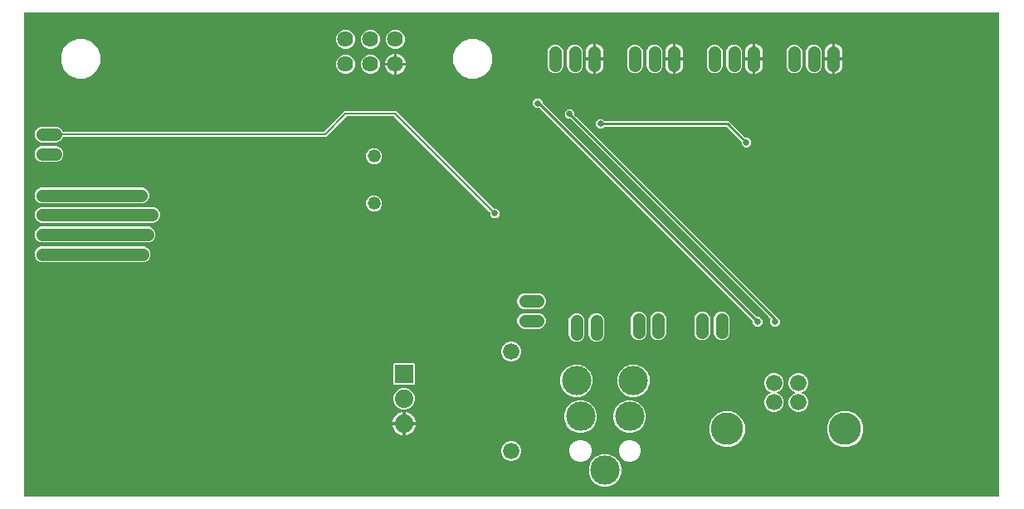
<source format=gbl>
G04 EAGLE Gerber RS-274X export*
G75*
%MOMM*%
%FSLAX34Y34*%
%LPD*%
%INBottom Copper*%
%IPPOS*%
%AMOC8*
5,1,8,0,0,1.08239X$1,22.5*%
G01*
%ADD10C,1.676400*%
%ADD11R,1.879600X1.879600*%
%ADD12C,1.879600*%
%ADD13C,1.625600*%
%ADD14C,1.308000*%
%ADD15C,1.320800*%
%ADD16C,3.302000*%
%ADD17C,3.000000*%
%ADD18C,0.654800*%
%ADD19C,0.254000*%
%ADD20C,0.975000*%
%ADD21C,1.300000*%
%ADD22C,0.203200*%

G36*
X996718Y2544D02*
X996718Y2544D01*
X996737Y2542D01*
X996839Y2564D01*
X996941Y2580D01*
X996958Y2590D01*
X996978Y2594D01*
X997067Y2647D01*
X997158Y2696D01*
X997172Y2710D01*
X997189Y2720D01*
X997256Y2799D01*
X997328Y2874D01*
X997336Y2892D01*
X997349Y2907D01*
X997388Y3003D01*
X997431Y3097D01*
X997433Y3117D01*
X997441Y3135D01*
X997459Y3302D01*
X997459Y496698D01*
X997456Y496718D01*
X997458Y496737D01*
X997436Y496839D01*
X997420Y496941D01*
X997410Y496958D01*
X997406Y496978D01*
X997353Y497067D01*
X997304Y497158D01*
X997290Y497172D01*
X997280Y497189D01*
X997201Y497256D01*
X997126Y497328D01*
X997108Y497336D01*
X997093Y497349D01*
X996997Y497388D01*
X996903Y497431D01*
X996883Y497433D01*
X996865Y497441D01*
X996698Y497459D01*
X3302Y497459D01*
X3282Y497456D01*
X3263Y497458D01*
X3161Y497436D01*
X3059Y497420D01*
X3042Y497410D01*
X3022Y497406D01*
X2933Y497353D01*
X2842Y497304D01*
X2828Y497290D01*
X2811Y497280D01*
X2744Y497201D01*
X2672Y497126D01*
X2664Y497108D01*
X2651Y497093D01*
X2612Y496997D01*
X2569Y496903D01*
X2567Y496883D01*
X2559Y496865D01*
X2541Y496698D01*
X2541Y3302D01*
X2544Y3282D01*
X2542Y3263D01*
X2564Y3161D01*
X2580Y3059D01*
X2590Y3042D01*
X2594Y3022D01*
X2647Y2933D01*
X2696Y2842D01*
X2710Y2828D01*
X2720Y2811D01*
X2799Y2744D01*
X2874Y2672D01*
X2892Y2664D01*
X2907Y2651D01*
X3003Y2612D01*
X3097Y2569D01*
X3117Y2567D01*
X3135Y2559D01*
X3302Y2541D01*
X996698Y2541D01*
X996718Y2544D01*
G37*
%LPC*%
G36*
X480612Y287301D02*
X480612Y287301D01*
X477801Y290112D01*
X477801Y292990D01*
X477787Y293080D01*
X477779Y293171D01*
X477767Y293201D01*
X477762Y293233D01*
X477719Y293314D01*
X477683Y293398D01*
X477657Y293430D01*
X477646Y293450D01*
X477623Y293473D01*
X477578Y293529D01*
X380171Y390936D01*
X380097Y390989D01*
X380027Y391049D01*
X379997Y391061D01*
X379971Y391080D01*
X379884Y391107D01*
X379799Y391141D01*
X379758Y391145D01*
X379736Y391152D01*
X379704Y391151D01*
X379632Y391159D01*
X331568Y391159D01*
X331478Y391145D01*
X331387Y391137D01*
X331357Y391125D01*
X331325Y391120D01*
X331244Y391077D01*
X331160Y391041D01*
X331128Y391015D01*
X331108Y391004D01*
X331085Y390981D01*
X331029Y390936D01*
X310252Y370159D01*
X42190Y370159D01*
X42076Y370140D01*
X41959Y370123D01*
X41954Y370121D01*
X41948Y370120D01*
X41845Y370065D01*
X41740Y370012D01*
X41736Y370007D01*
X41730Y370004D01*
X41650Y369920D01*
X41568Y369836D01*
X41564Y369830D01*
X41561Y369826D01*
X41553Y369809D01*
X41487Y369689D01*
X40842Y368132D01*
X38573Y365863D01*
X35609Y364635D01*
X19321Y364635D01*
X16357Y365863D01*
X14088Y368132D01*
X12860Y371096D01*
X12860Y374304D01*
X14088Y377268D01*
X16357Y379537D01*
X19321Y380765D01*
X35609Y380765D01*
X38573Y379537D01*
X40842Y377268D01*
X41487Y375711D01*
X41549Y375611D01*
X41609Y375511D01*
X41613Y375507D01*
X41617Y375502D01*
X41707Y375427D01*
X41796Y375351D01*
X41801Y375349D01*
X41806Y375345D01*
X41915Y375303D01*
X42024Y375259D01*
X42031Y375258D01*
X42036Y375257D01*
X42054Y375256D01*
X42190Y375241D01*
X307832Y375241D01*
X307922Y375255D01*
X308013Y375263D01*
X308043Y375275D01*
X308075Y375280D01*
X308156Y375323D01*
X308240Y375359D01*
X308272Y375385D01*
X308292Y375396D01*
X308315Y375419D01*
X308371Y375464D01*
X329148Y396241D01*
X382052Y396241D01*
X481171Y297122D01*
X481245Y297069D01*
X481315Y297009D01*
X481345Y296997D01*
X481371Y296978D01*
X481458Y296951D01*
X481543Y296917D01*
X481584Y296913D01*
X481606Y296906D01*
X481638Y296907D01*
X481710Y296899D01*
X484588Y296899D01*
X487399Y294088D01*
X487399Y290112D01*
X484588Y287301D01*
X480612Y287301D01*
G37*
%LPD*%
%LPC*%
G36*
X19321Y282405D02*
X19321Y282405D01*
X16357Y283633D01*
X14088Y285902D01*
X12860Y288866D01*
X12860Y292074D01*
X14088Y295038D01*
X16357Y297307D01*
X19321Y298535D01*
X35637Y298535D01*
X35690Y298513D01*
X35773Y298504D01*
X35805Y298497D01*
X35825Y298498D01*
X35857Y298495D01*
X134586Y298495D01*
X137536Y297273D01*
X139793Y295016D01*
X141015Y292066D01*
X141015Y288874D01*
X139793Y285924D01*
X137536Y283667D01*
X134586Y282445D01*
X35857Y282445D01*
X35793Y282435D01*
X35727Y282434D01*
X35647Y282411D01*
X35614Y282406D01*
X35614Y282405D01*
X19321Y282405D01*
G37*
%LPD*%
%LPC*%
G36*
X19321Y262405D02*
X19321Y262405D01*
X16357Y263633D01*
X14088Y265902D01*
X12860Y268866D01*
X12860Y272074D01*
X14088Y275038D01*
X16357Y277307D01*
X19321Y278535D01*
X35637Y278535D01*
X35690Y278513D01*
X35773Y278504D01*
X35805Y278497D01*
X35825Y278498D01*
X35857Y278495D01*
X129826Y278495D01*
X132776Y277273D01*
X135033Y275016D01*
X136255Y272066D01*
X136255Y268874D01*
X135033Y265924D01*
X132776Y263667D01*
X129826Y262445D01*
X35857Y262445D01*
X35793Y262435D01*
X35727Y262434D01*
X35647Y262411D01*
X35614Y262406D01*
X35614Y262405D01*
X19321Y262405D01*
G37*
%LPD*%
%LPC*%
G36*
X748582Y176811D02*
X748582Y176811D01*
X745771Y179622D01*
X745771Y182141D01*
X745757Y182231D01*
X745749Y182322D01*
X745737Y182352D01*
X745732Y182384D01*
X745689Y182464D01*
X745653Y182548D01*
X745627Y182580D01*
X745616Y182601D01*
X745593Y182623D01*
X745548Y182679D01*
X528754Y399473D01*
X528680Y399526D01*
X528611Y399586D01*
X528581Y399598D01*
X528555Y399617D01*
X528468Y399644D01*
X528383Y399678D01*
X528342Y399682D01*
X528320Y399689D01*
X528287Y399688D01*
X528216Y399696D01*
X524427Y399696D01*
X521616Y402507D01*
X521616Y406483D01*
X524427Y409294D01*
X528403Y409294D01*
X531214Y406483D01*
X531214Y405234D01*
X531216Y405218D01*
X531215Y405203D01*
X531229Y405137D01*
X531236Y405053D01*
X531248Y405023D01*
X531253Y404991D01*
X531266Y404968D01*
X531267Y404962D01*
X531283Y404935D01*
X531296Y404911D01*
X531332Y404827D01*
X531358Y404795D01*
X531369Y404774D01*
X531392Y404752D01*
X531437Y404696D01*
X749501Y186632D01*
X749575Y186579D01*
X749644Y186519D01*
X749674Y186507D01*
X749700Y186488D01*
X749787Y186461D01*
X749872Y186427D01*
X749913Y186423D01*
X749935Y186416D01*
X749968Y186417D01*
X750039Y186409D01*
X752558Y186409D01*
X755369Y183598D01*
X755369Y179622D01*
X752558Y176811D01*
X748582Y176811D01*
G37*
%LPD*%
%LPC*%
G36*
X19321Y242405D02*
X19321Y242405D01*
X16357Y243633D01*
X14088Y245902D01*
X12860Y248866D01*
X12860Y252074D01*
X14088Y255038D01*
X16357Y257307D01*
X19321Y258535D01*
X35637Y258535D01*
X35690Y258513D01*
X35773Y258504D01*
X35805Y258497D01*
X35825Y258498D01*
X35857Y258495D01*
X124786Y258495D01*
X127736Y257273D01*
X129993Y255016D01*
X131215Y252066D01*
X131215Y248874D01*
X129993Y245924D01*
X127736Y243667D01*
X124786Y242445D01*
X35857Y242445D01*
X35793Y242435D01*
X35727Y242434D01*
X35647Y242411D01*
X35614Y242406D01*
X35614Y242405D01*
X19321Y242405D01*
G37*
%LPD*%
%LPC*%
G36*
X19321Y302405D02*
X19321Y302405D01*
X16357Y303633D01*
X14088Y305902D01*
X12860Y308866D01*
X12860Y312074D01*
X14088Y315038D01*
X16357Y317307D01*
X19321Y318535D01*
X35637Y318535D01*
X35690Y318513D01*
X35773Y318504D01*
X35805Y318497D01*
X35825Y318498D01*
X35857Y318495D01*
X123516Y318495D01*
X126466Y317273D01*
X128723Y315016D01*
X129945Y312066D01*
X129945Y308874D01*
X128723Y305924D01*
X126466Y303667D01*
X123516Y302445D01*
X35857Y302445D01*
X35793Y302435D01*
X35727Y302434D01*
X35647Y302411D01*
X35614Y302406D01*
X35614Y302405D01*
X19321Y302405D01*
G37*
%LPD*%
%LPC*%
G36*
X766362Y176811D02*
X766362Y176811D01*
X763551Y179622D01*
X763551Y183598D01*
X763712Y183759D01*
X763724Y183775D01*
X763740Y183787D01*
X763796Y183875D01*
X763856Y183958D01*
X763862Y183977D01*
X763873Y183994D01*
X763898Y184095D01*
X763928Y184194D01*
X763928Y184213D01*
X763933Y184233D01*
X763925Y184336D01*
X763922Y184439D01*
X763915Y184458D01*
X763913Y184478D01*
X763873Y184573D01*
X763837Y184670D01*
X763825Y184686D01*
X763817Y184704D01*
X763712Y184835D01*
X559869Y388678D01*
X559795Y388731D01*
X559726Y388791D01*
X559696Y388803D01*
X559670Y388822D01*
X559583Y388849D01*
X559498Y388883D01*
X559457Y388887D01*
X559435Y388894D01*
X559402Y388893D01*
X559331Y388901D01*
X556812Y388901D01*
X554001Y391712D01*
X554001Y395688D01*
X556812Y398499D01*
X560788Y398499D01*
X563599Y395688D01*
X563599Y393169D01*
X563613Y393079D01*
X563621Y392988D01*
X563633Y392958D01*
X563638Y392926D01*
X563681Y392846D01*
X563717Y392762D01*
X563743Y392730D01*
X563754Y392709D01*
X563777Y392687D01*
X563822Y392631D01*
X769821Y186632D01*
X769895Y186579D01*
X769964Y186519D01*
X769994Y186507D01*
X770020Y186488D01*
X770107Y186461D01*
X770192Y186427D01*
X770233Y186423D01*
X770255Y186416D01*
X770288Y186417D01*
X770335Y186411D01*
X773149Y183598D01*
X773149Y179622D01*
X770338Y176811D01*
X766362Y176811D01*
G37*
%LPD*%
%LPC*%
G36*
X56014Y429959D02*
X56014Y429959D01*
X48648Y433010D01*
X43010Y438648D01*
X39959Y446014D01*
X39959Y453986D01*
X43010Y461352D01*
X48648Y466990D01*
X56014Y470041D01*
X63986Y470041D01*
X71352Y466990D01*
X76990Y461352D01*
X80041Y453986D01*
X80041Y446014D01*
X76990Y438648D01*
X71352Y433010D01*
X63986Y429959D01*
X56014Y429959D01*
G37*
%LPD*%
%LPC*%
G36*
X456014Y429959D02*
X456014Y429959D01*
X448648Y433010D01*
X443010Y438648D01*
X439959Y446014D01*
X439959Y453986D01*
X443010Y461352D01*
X448648Y466990D01*
X456014Y470041D01*
X463986Y470041D01*
X471352Y466990D01*
X476990Y461352D01*
X480041Y453986D01*
X480041Y446014D01*
X476990Y438648D01*
X471352Y433010D01*
X463986Y429959D01*
X456014Y429959D01*
G37*
%LPD*%
%LPC*%
G36*
X836391Y53847D02*
X836391Y53847D01*
X829762Y56593D01*
X824689Y61666D01*
X821943Y68295D01*
X821943Y75469D01*
X824689Y82098D01*
X829762Y87171D01*
X836391Y89917D01*
X843565Y89917D01*
X850194Y87171D01*
X855267Y82098D01*
X858013Y75469D01*
X858013Y68295D01*
X855267Y61666D01*
X850194Y56593D01*
X843565Y53847D01*
X836391Y53847D01*
G37*
%LPD*%
%LPC*%
G36*
X715995Y53847D02*
X715995Y53847D01*
X709366Y56593D01*
X704293Y61666D01*
X701547Y68295D01*
X701547Y75469D01*
X704293Y82098D01*
X709366Y87171D01*
X715995Y89917D01*
X723169Y89917D01*
X729798Y87171D01*
X734871Y82098D01*
X737617Y75469D01*
X737617Y68295D01*
X734871Y61666D01*
X729798Y56593D01*
X723169Y53847D01*
X715995Y53847D01*
G37*
%LPD*%
%LPC*%
G36*
X737152Y359691D02*
X737152Y359691D01*
X734341Y362502D01*
X734341Y365021D01*
X734327Y365111D01*
X734319Y365202D01*
X734307Y365232D01*
X734302Y365264D01*
X734259Y365344D01*
X734223Y365428D01*
X734197Y365460D01*
X734186Y365481D01*
X734163Y365503D01*
X734118Y365559D01*
X719155Y380522D01*
X719081Y380575D01*
X719012Y380635D01*
X718982Y380647D01*
X718956Y380666D01*
X718869Y380693D01*
X718784Y380727D01*
X718743Y380731D01*
X718721Y380738D01*
X718688Y380737D01*
X718617Y380745D01*
X594857Y380745D01*
X594767Y380731D01*
X594676Y380723D01*
X594646Y380711D01*
X594614Y380706D01*
X594534Y380663D01*
X594450Y380627D01*
X594418Y380601D01*
X594397Y380590D01*
X594375Y380567D01*
X594319Y380522D01*
X592538Y378741D01*
X588562Y378741D01*
X585751Y381552D01*
X585751Y385528D01*
X588562Y388339D01*
X592538Y388339D01*
X594319Y386558D01*
X594393Y386505D01*
X594462Y386445D01*
X594492Y386433D01*
X594518Y386414D01*
X594605Y386387D01*
X594690Y386353D01*
X594731Y386349D01*
X594754Y386342D01*
X594786Y386343D01*
X594857Y386335D01*
X721248Y386335D01*
X738071Y369512D01*
X738145Y369459D01*
X738214Y369399D01*
X738244Y369387D01*
X738270Y369368D01*
X738357Y369341D01*
X738442Y369307D01*
X738483Y369303D01*
X738505Y369296D01*
X738538Y369297D01*
X738609Y369289D01*
X741128Y369289D01*
X743939Y366478D01*
X743939Y362502D01*
X741128Y359691D01*
X737152Y359691D01*
G37*
%LPD*%
%LPC*%
G36*
X591633Y13075D02*
X591633Y13075D01*
X585559Y15591D01*
X580911Y20239D01*
X578395Y26313D01*
X578395Y32887D01*
X580911Y38961D01*
X585559Y43609D01*
X591633Y46125D01*
X598207Y46125D01*
X604281Y43609D01*
X608929Y38961D01*
X611445Y32887D01*
X611445Y26313D01*
X608929Y20239D01*
X604281Y15591D01*
X598207Y13075D01*
X591633Y13075D01*
G37*
%LPD*%
%LPC*%
G36*
X566633Y68075D02*
X566633Y68075D01*
X560559Y70591D01*
X555911Y75239D01*
X553395Y81313D01*
X553395Y87887D01*
X555911Y93961D01*
X560559Y98609D01*
X566633Y101125D01*
X573207Y101125D01*
X579281Y98609D01*
X583929Y93961D01*
X586445Y87887D01*
X586445Y81313D01*
X583929Y75239D01*
X579281Y70591D01*
X573207Y68075D01*
X566633Y68075D01*
G37*
%LPD*%
%LPC*%
G36*
X620633Y104575D02*
X620633Y104575D01*
X614559Y107091D01*
X609911Y111739D01*
X607395Y117813D01*
X607395Y124387D01*
X609911Y130461D01*
X614559Y135109D01*
X620633Y137625D01*
X627207Y137625D01*
X633281Y135109D01*
X637929Y130461D01*
X640445Y124387D01*
X640445Y117813D01*
X637929Y111739D01*
X633281Y107091D01*
X627207Y104575D01*
X620633Y104575D01*
G37*
%LPD*%
%LPC*%
G36*
X562633Y104575D02*
X562633Y104575D01*
X556559Y107091D01*
X551911Y111739D01*
X549395Y117813D01*
X549395Y124387D01*
X551911Y130461D01*
X556559Y135109D01*
X562633Y137625D01*
X569207Y137625D01*
X575281Y135109D01*
X579929Y130461D01*
X582445Y124387D01*
X582445Y117813D01*
X579929Y111739D01*
X575281Y107091D01*
X569207Y104575D01*
X562633Y104575D01*
G37*
%LPD*%
%LPC*%
G36*
X616633Y68075D02*
X616633Y68075D01*
X610559Y70591D01*
X605911Y75239D01*
X603395Y81313D01*
X603395Y87887D01*
X605911Y93961D01*
X610559Y98609D01*
X616633Y101125D01*
X623207Y101125D01*
X629281Y98609D01*
X633929Y93961D01*
X636445Y87887D01*
X636445Y81313D01*
X633929Y75239D01*
X629281Y70591D01*
X623207Y68075D01*
X616633Y68075D01*
G37*
%LPD*%
%LPC*%
G36*
X765309Y89153D02*
X765309Y89153D01*
X761668Y90661D01*
X758881Y93448D01*
X757373Y97089D01*
X757373Y101031D01*
X758881Y104672D01*
X761668Y107459D01*
X763610Y108263D01*
X763671Y108301D01*
X763736Y108330D01*
X763775Y108365D01*
X763819Y108392D01*
X763865Y108448D01*
X763917Y108496D01*
X763942Y108542D01*
X763976Y108582D01*
X764001Y108649D01*
X764036Y108712D01*
X764045Y108763D01*
X764064Y108811D01*
X764067Y108883D01*
X764080Y108954D01*
X764072Y109005D01*
X764074Y109057D01*
X764054Y109126D01*
X764044Y109197D01*
X764020Y109243D01*
X764006Y109293D01*
X763965Y109352D01*
X763932Y109416D01*
X763895Y109453D01*
X763865Y109495D01*
X763808Y109538D01*
X763757Y109588D01*
X763694Y109623D01*
X763668Y109642D01*
X763646Y109649D01*
X763610Y109669D01*
X761668Y110473D01*
X758881Y113260D01*
X757373Y116901D01*
X757373Y120843D01*
X758881Y124484D01*
X761668Y127271D01*
X765309Y128779D01*
X769251Y128779D01*
X772892Y127271D01*
X775679Y124484D01*
X777187Y120843D01*
X777187Y116901D01*
X775679Y113260D01*
X772892Y110473D01*
X770950Y109669D01*
X770889Y109631D01*
X770824Y109602D01*
X770786Y109567D01*
X770741Y109540D01*
X770695Y109484D01*
X770643Y109436D01*
X770618Y109390D01*
X770584Y109350D01*
X770559Y109283D01*
X770524Y109220D01*
X770515Y109169D01*
X770496Y109121D01*
X770493Y109049D01*
X770480Y108978D01*
X770488Y108927D01*
X770486Y108875D01*
X770506Y108806D01*
X770516Y108735D01*
X770540Y108689D01*
X770554Y108639D01*
X770595Y108580D01*
X770628Y108516D01*
X770665Y108479D01*
X770695Y108437D01*
X770752Y108394D01*
X770803Y108344D01*
X770866Y108309D01*
X770892Y108290D01*
X770914Y108283D01*
X770950Y108263D01*
X772892Y107459D01*
X775679Y104672D01*
X777187Y101031D01*
X777187Y97089D01*
X775679Y93448D01*
X772892Y90661D01*
X769251Y89153D01*
X765309Y89153D01*
G37*
%LPD*%
%LPC*%
G36*
X790309Y89153D02*
X790309Y89153D01*
X786668Y90661D01*
X783881Y93448D01*
X782373Y97089D01*
X782373Y101031D01*
X783881Y104672D01*
X786668Y107459D01*
X788610Y108263D01*
X788671Y108301D01*
X788736Y108330D01*
X788775Y108365D01*
X788819Y108392D01*
X788865Y108448D01*
X788917Y108496D01*
X788942Y108542D01*
X788976Y108582D01*
X789001Y108649D01*
X789036Y108712D01*
X789045Y108763D01*
X789064Y108811D01*
X789067Y108883D01*
X789080Y108954D01*
X789072Y109005D01*
X789074Y109057D01*
X789054Y109126D01*
X789044Y109197D01*
X789020Y109243D01*
X789006Y109293D01*
X788965Y109352D01*
X788932Y109416D01*
X788895Y109453D01*
X788865Y109495D01*
X788808Y109538D01*
X788757Y109588D01*
X788694Y109623D01*
X788668Y109642D01*
X788646Y109649D01*
X788610Y109669D01*
X786668Y110473D01*
X783881Y113260D01*
X782373Y116901D01*
X782373Y120843D01*
X783881Y124484D01*
X786668Y127271D01*
X790309Y128779D01*
X794251Y128779D01*
X797892Y127271D01*
X800679Y124484D01*
X802187Y120843D01*
X802187Y116901D01*
X800679Y113260D01*
X797892Y110473D01*
X795950Y109669D01*
X795889Y109631D01*
X795824Y109602D01*
X795786Y109567D01*
X795741Y109540D01*
X795695Y109484D01*
X795643Y109436D01*
X795618Y109390D01*
X795584Y109350D01*
X795559Y109283D01*
X795524Y109220D01*
X795515Y109169D01*
X795496Y109121D01*
X795493Y109049D01*
X795480Y108978D01*
X795488Y108927D01*
X795486Y108875D01*
X795506Y108806D01*
X795516Y108735D01*
X795540Y108689D01*
X795554Y108639D01*
X795595Y108580D01*
X795628Y108516D01*
X795665Y108479D01*
X795695Y108437D01*
X795752Y108394D01*
X795803Y108344D01*
X795866Y108309D01*
X795892Y108290D01*
X795914Y108283D01*
X795950Y108263D01*
X797892Y107459D01*
X800679Y104672D01*
X802187Y101031D01*
X802187Y97089D01*
X800679Y93448D01*
X797892Y90661D01*
X794251Y89153D01*
X790309Y89153D01*
G37*
%LPD*%
%LPC*%
G36*
X379860Y117347D02*
X379860Y117347D01*
X378967Y118240D01*
X378967Y138300D01*
X379860Y139193D01*
X399920Y139193D01*
X400813Y138300D01*
X400813Y118240D01*
X399920Y117347D01*
X379860Y117347D01*
G37*
%LPD*%
%LPC*%
G36*
X562551Y435450D02*
X562551Y435450D01*
X559587Y436678D01*
X557318Y438947D01*
X556090Y441911D01*
X556090Y458199D01*
X557318Y461163D01*
X559587Y463432D01*
X562551Y464660D01*
X565759Y464660D01*
X568723Y463432D01*
X570992Y461163D01*
X572220Y458199D01*
X572220Y441911D01*
X570992Y438947D01*
X568723Y436678D01*
X565759Y435450D01*
X562551Y435450D01*
G37*
%LPD*%
%LPC*%
G36*
X511761Y174225D02*
X511761Y174225D01*
X508797Y175453D01*
X506528Y177722D01*
X505300Y180686D01*
X505300Y183894D01*
X506528Y186858D01*
X508797Y189127D01*
X511761Y190355D01*
X528049Y190355D01*
X531013Y189127D01*
X533282Y186858D01*
X534510Y183894D01*
X534510Y180686D01*
X533282Y177722D01*
X531013Y175453D01*
X528049Y174225D01*
X511761Y174225D01*
G37*
%LPD*%
%LPC*%
G36*
X564456Y161130D02*
X564456Y161130D01*
X561492Y162358D01*
X559223Y164627D01*
X557995Y167591D01*
X557995Y183879D01*
X559223Y186843D01*
X561492Y189112D01*
X564456Y190340D01*
X567664Y190340D01*
X570628Y189112D01*
X572897Y186843D01*
X574125Y183879D01*
X574125Y167591D01*
X572897Y164627D01*
X570628Y162358D01*
X567664Y161130D01*
X564456Y161130D01*
G37*
%LPD*%
%LPC*%
G36*
X19321Y344635D02*
X19321Y344635D01*
X16357Y345863D01*
X14088Y348132D01*
X12860Y351096D01*
X12860Y354304D01*
X14088Y357268D01*
X16357Y359537D01*
X19321Y360765D01*
X35609Y360765D01*
X38573Y359537D01*
X40842Y357268D01*
X42070Y354304D01*
X42070Y351096D01*
X40842Y348132D01*
X38573Y345863D01*
X35609Y344635D01*
X19321Y344635D01*
G37*
%LPD*%
%LPC*%
G36*
X511761Y194225D02*
X511761Y194225D01*
X508797Y195453D01*
X506528Y197722D01*
X505300Y200686D01*
X505300Y203894D01*
X506528Y206858D01*
X508797Y209127D01*
X511761Y210355D01*
X528049Y210355D01*
X531013Y209127D01*
X533282Y206858D01*
X534510Y203894D01*
X534510Y200686D01*
X533282Y197722D01*
X531013Y195453D01*
X528049Y194225D01*
X511761Y194225D01*
G37*
%LPD*%
%LPC*%
G36*
X542551Y435450D02*
X542551Y435450D01*
X539587Y436678D01*
X537318Y438947D01*
X536090Y441911D01*
X536090Y458199D01*
X537318Y461163D01*
X539587Y463432D01*
X542551Y464660D01*
X545759Y464660D01*
X548723Y463432D01*
X550992Y461163D01*
X552220Y458199D01*
X552220Y441911D01*
X550992Y438947D01*
X548723Y436678D01*
X545759Y435450D01*
X542551Y435450D01*
G37*
%LPD*%
%LPC*%
G36*
X712496Y162720D02*
X712496Y162720D01*
X709532Y163948D01*
X707263Y166217D01*
X706035Y169181D01*
X706035Y185469D01*
X707263Y188433D01*
X709532Y190702D01*
X712496Y191930D01*
X715704Y191930D01*
X718668Y190702D01*
X720937Y188433D01*
X722165Y185469D01*
X722165Y169181D01*
X720937Y166217D01*
X718668Y163948D01*
X715704Y162720D01*
X712496Y162720D01*
G37*
%LPD*%
%LPC*%
G36*
X806391Y435450D02*
X806391Y435450D01*
X803427Y436678D01*
X801158Y438947D01*
X799930Y441911D01*
X799930Y458199D01*
X801158Y461163D01*
X803427Y463432D01*
X806391Y464660D01*
X809599Y464660D01*
X812563Y463432D01*
X814832Y461163D01*
X816060Y458199D01*
X816060Y441911D01*
X814832Y438947D01*
X812563Y436678D01*
X809599Y435450D01*
X806391Y435450D01*
G37*
%LPD*%
%LPC*%
G36*
X623831Y435450D02*
X623831Y435450D01*
X620867Y436678D01*
X618598Y438947D01*
X617370Y441911D01*
X617370Y458199D01*
X618598Y461163D01*
X620867Y463432D01*
X623831Y464660D01*
X627039Y464660D01*
X630003Y463432D01*
X632272Y461163D01*
X633500Y458199D01*
X633500Y441911D01*
X632272Y438947D01*
X630003Y436678D01*
X627039Y435450D01*
X623831Y435450D01*
G37*
%LPD*%
%LPC*%
G36*
X627726Y162720D02*
X627726Y162720D01*
X624762Y163948D01*
X622493Y166217D01*
X621265Y169181D01*
X621265Y185469D01*
X622493Y188433D01*
X624762Y190702D01*
X627726Y191930D01*
X630934Y191930D01*
X633898Y190702D01*
X636167Y188433D01*
X637395Y185469D01*
X637395Y169181D01*
X636167Y166217D01*
X633898Y163948D01*
X630934Y162720D01*
X627726Y162720D01*
G37*
%LPD*%
%LPC*%
G36*
X643831Y435450D02*
X643831Y435450D01*
X640867Y436678D01*
X638598Y438947D01*
X637370Y441911D01*
X637370Y458199D01*
X638598Y461163D01*
X640867Y463432D01*
X643831Y464660D01*
X647039Y464660D01*
X650003Y463432D01*
X652272Y461163D01*
X653500Y458199D01*
X653500Y441911D01*
X652272Y438947D01*
X650003Y436678D01*
X647039Y435450D01*
X643831Y435450D01*
G37*
%LPD*%
%LPC*%
G36*
X647726Y162720D02*
X647726Y162720D01*
X644762Y163948D01*
X642493Y166217D01*
X641265Y169181D01*
X641265Y185469D01*
X642493Y188433D01*
X644762Y190702D01*
X647726Y191930D01*
X650934Y191930D01*
X653898Y190702D01*
X656167Y188433D01*
X657395Y185469D01*
X657395Y169181D01*
X656167Y166217D01*
X653898Y163948D01*
X650934Y162720D01*
X647726Y162720D01*
G37*
%LPD*%
%LPC*%
G36*
X786391Y435450D02*
X786391Y435450D01*
X783427Y436678D01*
X781158Y438947D01*
X779930Y441911D01*
X779930Y458199D01*
X781158Y461163D01*
X783427Y463432D01*
X786391Y464660D01*
X789599Y464660D01*
X792563Y463432D01*
X794832Y461163D01*
X796060Y458199D01*
X796060Y441911D01*
X794832Y438947D01*
X792563Y436678D01*
X789599Y435450D01*
X786391Y435450D01*
G37*
%LPD*%
%LPC*%
G36*
X692496Y162720D02*
X692496Y162720D01*
X689532Y163948D01*
X687263Y166217D01*
X686035Y169181D01*
X686035Y185469D01*
X687263Y188433D01*
X689532Y190702D01*
X692496Y191930D01*
X695704Y191930D01*
X698668Y190702D01*
X700937Y188433D01*
X702165Y185469D01*
X702165Y169181D01*
X700937Y166217D01*
X698668Y163948D01*
X695704Y162720D01*
X692496Y162720D01*
G37*
%LPD*%
%LPC*%
G36*
X705111Y435450D02*
X705111Y435450D01*
X702147Y436678D01*
X699878Y438947D01*
X698650Y441911D01*
X698650Y458199D01*
X699878Y461163D01*
X702147Y463432D01*
X705111Y464660D01*
X708319Y464660D01*
X711283Y463432D01*
X713552Y461163D01*
X714780Y458199D01*
X714780Y441911D01*
X713552Y438947D01*
X711283Y436678D01*
X708319Y435450D01*
X705111Y435450D01*
G37*
%LPD*%
%LPC*%
G36*
X584456Y161130D02*
X584456Y161130D01*
X581492Y162358D01*
X579223Y164627D01*
X577995Y167591D01*
X577995Y183879D01*
X579223Y186843D01*
X581492Y189112D01*
X584456Y190340D01*
X587664Y190340D01*
X590628Y189112D01*
X592897Y186843D01*
X594125Y183879D01*
X594125Y167591D01*
X592897Y164627D01*
X590628Y162358D01*
X587664Y161130D01*
X584456Y161130D01*
G37*
%LPD*%
%LPC*%
G36*
X725111Y435450D02*
X725111Y435450D01*
X722147Y436678D01*
X719878Y438947D01*
X718650Y441911D01*
X718650Y458199D01*
X719878Y461163D01*
X722147Y463432D01*
X725111Y464660D01*
X728319Y464660D01*
X731283Y463432D01*
X733552Y461163D01*
X734780Y458199D01*
X734780Y441911D01*
X733552Y438947D01*
X731283Y436678D01*
X728319Y435450D01*
X725111Y435450D01*
G37*
%LPD*%
%LPC*%
G36*
X567724Y38559D02*
X567724Y38559D01*
X563666Y40240D01*
X560560Y43346D01*
X558879Y47404D01*
X558879Y51796D01*
X560560Y55854D01*
X563666Y58960D01*
X567724Y60641D01*
X572116Y60641D01*
X576174Y58960D01*
X579280Y55854D01*
X580961Y51796D01*
X580961Y47404D01*
X579280Y43346D01*
X576174Y40240D01*
X572116Y38559D01*
X567724Y38559D01*
G37*
%LPD*%
%LPC*%
G36*
X617724Y38559D02*
X617724Y38559D01*
X613666Y40240D01*
X610560Y43346D01*
X608879Y47404D01*
X608879Y51796D01*
X610560Y55854D01*
X613666Y58960D01*
X617724Y60641D01*
X622116Y60641D01*
X626174Y58960D01*
X629280Y55854D01*
X630961Y51796D01*
X630961Y47404D01*
X629280Y43346D01*
X626174Y40240D01*
X622116Y38559D01*
X617724Y38559D01*
G37*
%LPD*%
%LPC*%
G36*
X387717Y91947D02*
X387717Y91947D01*
X383703Y93610D01*
X380630Y96683D01*
X378967Y100697D01*
X378967Y105043D01*
X380630Y109057D01*
X383703Y112130D01*
X387717Y113793D01*
X392063Y113793D01*
X396077Y112130D01*
X399150Y109057D01*
X400813Y105043D01*
X400813Y100697D01*
X399150Y96683D01*
X396077Y93610D01*
X392063Y91947D01*
X387717Y91947D01*
G37*
%LPD*%
%LPC*%
G36*
X497139Y39623D02*
X497139Y39623D01*
X493498Y41131D01*
X490711Y43918D01*
X489203Y47559D01*
X489203Y51501D01*
X490711Y55142D01*
X493498Y57929D01*
X497139Y59437D01*
X501081Y59437D01*
X504722Y57929D01*
X507509Y55142D01*
X509017Y51501D01*
X509017Y47559D01*
X507509Y43918D01*
X504722Y41131D01*
X501081Y39623D01*
X497139Y39623D01*
G37*
%LPD*%
%LPC*%
G36*
X497139Y141223D02*
X497139Y141223D01*
X493498Y142731D01*
X490711Y145518D01*
X489203Y149159D01*
X489203Y153101D01*
X490711Y156742D01*
X493498Y159529D01*
X497139Y161037D01*
X501081Y161037D01*
X504722Y159529D01*
X507509Y156742D01*
X509017Y153101D01*
X509017Y149159D01*
X507509Y145518D01*
X504722Y142731D01*
X501081Y141223D01*
X497139Y141223D01*
G37*
%LPD*%
%LPC*%
G36*
X353680Y434847D02*
X353680Y434847D01*
X350132Y436317D01*
X347417Y439032D01*
X345947Y442580D01*
X345947Y446420D01*
X347417Y449968D01*
X350132Y452683D01*
X353680Y454153D01*
X357520Y454153D01*
X361068Y452683D01*
X363783Y449968D01*
X365253Y446420D01*
X365253Y442580D01*
X363783Y439032D01*
X361068Y436317D01*
X357520Y434847D01*
X353680Y434847D01*
G37*
%LPD*%
%LPC*%
G36*
X379080Y460247D02*
X379080Y460247D01*
X375532Y461717D01*
X372817Y464432D01*
X371347Y467980D01*
X371347Y471820D01*
X372817Y475368D01*
X375532Y478083D01*
X379080Y479553D01*
X382920Y479553D01*
X386468Y478083D01*
X389183Y475368D01*
X390653Y471820D01*
X390653Y467980D01*
X389183Y464432D01*
X386468Y461717D01*
X382920Y460247D01*
X379080Y460247D01*
G37*
%LPD*%
%LPC*%
G36*
X328280Y434847D02*
X328280Y434847D01*
X324732Y436317D01*
X322017Y439032D01*
X320547Y442580D01*
X320547Y446420D01*
X322017Y449968D01*
X324732Y452683D01*
X328280Y454153D01*
X332120Y454153D01*
X335668Y452683D01*
X338383Y449968D01*
X339853Y446420D01*
X339853Y442580D01*
X338383Y439032D01*
X335668Y436317D01*
X332120Y434847D01*
X328280Y434847D01*
G37*
%LPD*%
%LPC*%
G36*
X328280Y460247D02*
X328280Y460247D01*
X324732Y461717D01*
X322017Y464432D01*
X320547Y467980D01*
X320547Y471820D01*
X322017Y475368D01*
X324732Y478083D01*
X328280Y479553D01*
X332120Y479553D01*
X335668Y478083D01*
X338383Y475368D01*
X339853Y471820D01*
X339853Y467980D01*
X338383Y464432D01*
X335668Y461717D01*
X332120Y460247D01*
X328280Y460247D01*
G37*
%LPD*%
%LPC*%
G36*
X353680Y460247D02*
X353680Y460247D01*
X350132Y461717D01*
X347417Y464432D01*
X345947Y467980D01*
X345947Y471820D01*
X347417Y475368D01*
X350132Y478083D01*
X353680Y479553D01*
X357520Y479553D01*
X361068Y478083D01*
X363783Y475368D01*
X365253Y471820D01*
X365253Y467980D01*
X363783Y464432D01*
X361068Y461717D01*
X357520Y460247D01*
X353680Y460247D01*
G37*
%LPD*%
%LPC*%
G36*
X357793Y294131D02*
X357793Y294131D01*
X354805Y295369D01*
X352519Y297655D01*
X351281Y300643D01*
X351281Y303877D01*
X352519Y306865D01*
X354805Y309151D01*
X357793Y310389D01*
X361027Y310389D01*
X364015Y309151D01*
X366301Y306865D01*
X367539Y303877D01*
X367539Y300643D01*
X366301Y297655D01*
X364015Y295369D01*
X361027Y294131D01*
X357793Y294131D01*
G37*
%LPD*%
%LPC*%
G36*
X357793Y342391D02*
X357793Y342391D01*
X354805Y343629D01*
X352519Y345915D01*
X351281Y348903D01*
X351281Y352137D01*
X352519Y355125D01*
X354805Y357411D01*
X357793Y358649D01*
X361027Y358649D01*
X364015Y357411D01*
X366301Y355125D01*
X367539Y352137D01*
X367539Y348903D01*
X366301Y345915D01*
X364015Y343629D01*
X361027Y342391D01*
X357793Y342391D01*
G37*
%LPD*%
%LPC*%
G36*
X829518Y451578D02*
X829518Y451578D01*
X829518Y465551D01*
X830644Y465327D01*
X832296Y464642D01*
X833784Y463648D01*
X835048Y462384D01*
X836042Y460896D01*
X836727Y459244D01*
X837076Y457489D01*
X837076Y451578D01*
X829518Y451578D01*
G37*
%LPD*%
%LPC*%
G36*
X585678Y451578D02*
X585678Y451578D01*
X585678Y465551D01*
X586804Y465327D01*
X588456Y464642D01*
X589944Y463648D01*
X591208Y462384D01*
X592202Y460896D01*
X592887Y459244D01*
X593236Y457489D01*
X593236Y451578D01*
X585678Y451578D01*
G37*
%LPD*%
%LPC*%
G36*
X666958Y451578D02*
X666958Y451578D01*
X666958Y465551D01*
X668084Y465327D01*
X669736Y464642D01*
X671224Y463648D01*
X672488Y462384D01*
X673482Y460896D01*
X674167Y459244D01*
X674516Y457489D01*
X674516Y451578D01*
X666958Y451578D01*
G37*
%LPD*%
%LPC*%
G36*
X748238Y451578D02*
X748238Y451578D01*
X748238Y465551D01*
X749364Y465327D01*
X751016Y464642D01*
X752504Y463648D01*
X753768Y462384D01*
X754762Y460896D01*
X755447Y459244D01*
X755796Y457489D01*
X755796Y451578D01*
X748238Y451578D01*
G37*
%LPD*%
%LPC*%
G36*
X748238Y448532D02*
X748238Y448532D01*
X755796Y448532D01*
X755796Y442621D01*
X755447Y440866D01*
X754762Y439214D01*
X753768Y437726D01*
X752504Y436462D01*
X751016Y435468D01*
X749364Y434783D01*
X748238Y434559D01*
X748238Y448532D01*
G37*
%LPD*%
%LPC*%
G36*
X829518Y448532D02*
X829518Y448532D01*
X837076Y448532D01*
X837076Y442621D01*
X836727Y440866D01*
X836042Y439214D01*
X835048Y437726D01*
X833784Y436462D01*
X832296Y435468D01*
X830644Y434783D01*
X829518Y434559D01*
X829518Y448532D01*
G37*
%LPD*%
%LPC*%
G36*
X666958Y448532D02*
X666958Y448532D01*
X674516Y448532D01*
X674516Y442621D01*
X674167Y440866D01*
X673482Y439214D01*
X672488Y437726D01*
X671224Y436462D01*
X669736Y435468D01*
X668084Y434783D01*
X666958Y434559D01*
X666958Y448532D01*
G37*
%LPD*%
%LPC*%
G36*
X585678Y448532D02*
X585678Y448532D01*
X593236Y448532D01*
X593236Y442621D01*
X592887Y440866D01*
X592202Y439214D01*
X591208Y437726D01*
X589944Y436462D01*
X588456Y435468D01*
X586804Y434783D01*
X585678Y434559D01*
X585678Y448532D01*
G37*
%LPD*%
%LPC*%
G36*
X818914Y451578D02*
X818914Y451578D01*
X818914Y457489D01*
X819263Y459244D01*
X819948Y460896D01*
X820942Y462384D01*
X822206Y463648D01*
X823694Y464642D01*
X825346Y465327D01*
X826472Y465551D01*
X826472Y451578D01*
X818914Y451578D01*
G37*
%LPD*%
%LPC*%
G36*
X575074Y451578D02*
X575074Y451578D01*
X575074Y457489D01*
X575423Y459244D01*
X576108Y460896D01*
X577102Y462384D01*
X578366Y463648D01*
X579854Y464642D01*
X581506Y465327D01*
X582632Y465551D01*
X582632Y451578D01*
X575074Y451578D01*
G37*
%LPD*%
%LPC*%
G36*
X656354Y451578D02*
X656354Y451578D01*
X656354Y457489D01*
X656703Y459244D01*
X657388Y460896D01*
X658382Y462384D01*
X659646Y463648D01*
X661134Y464642D01*
X662786Y465327D01*
X663912Y465551D01*
X663912Y451578D01*
X656354Y451578D01*
G37*
%LPD*%
%LPC*%
G36*
X737634Y451578D02*
X737634Y451578D01*
X737634Y457489D01*
X737983Y459244D01*
X738668Y460896D01*
X739662Y462384D01*
X740926Y463648D01*
X742414Y464642D01*
X744066Y465327D01*
X745192Y465551D01*
X745192Y451578D01*
X737634Y451578D01*
G37*
%LPD*%
%LPC*%
G36*
X825346Y434783D02*
X825346Y434783D01*
X823694Y435468D01*
X822206Y436462D01*
X820942Y437726D01*
X819948Y439214D01*
X819263Y440866D01*
X818914Y442621D01*
X818914Y448532D01*
X826472Y448532D01*
X826472Y434559D01*
X825346Y434783D01*
G37*
%LPD*%
%LPC*%
G36*
X581506Y434783D02*
X581506Y434783D01*
X579854Y435468D01*
X578366Y436462D01*
X577102Y437726D01*
X576108Y439214D01*
X575423Y440866D01*
X575074Y442621D01*
X575074Y448532D01*
X582632Y448532D01*
X582632Y434559D01*
X581506Y434783D01*
G37*
%LPD*%
%LPC*%
G36*
X744066Y434783D02*
X744066Y434783D01*
X742414Y435468D01*
X740926Y436462D01*
X739662Y437726D01*
X738668Y439214D01*
X737983Y440866D01*
X737634Y442621D01*
X737634Y448532D01*
X745192Y448532D01*
X745192Y434559D01*
X744066Y434783D01*
G37*
%LPD*%
%LPC*%
G36*
X662786Y434783D02*
X662786Y434783D01*
X661134Y435468D01*
X659646Y436462D01*
X658382Y437726D01*
X657388Y439214D01*
X656703Y440866D01*
X656354Y442621D01*
X656354Y448532D01*
X663912Y448532D01*
X663912Y434559D01*
X662786Y434783D01*
G37*
%LPD*%
%LPC*%
G36*
X391413Y78993D02*
X391413Y78993D01*
X391413Y89316D01*
X392686Y89115D01*
X394473Y88534D01*
X396147Y87681D01*
X397668Y86576D01*
X398996Y85248D01*
X400101Y83727D01*
X400954Y82053D01*
X401535Y80266D01*
X401736Y78993D01*
X391413Y78993D01*
G37*
%LPD*%
%LPC*%
G36*
X378044Y78993D02*
X378044Y78993D01*
X378245Y80266D01*
X378826Y82053D01*
X379679Y83727D01*
X380784Y85248D01*
X382112Y86576D01*
X383633Y87681D01*
X385307Y88534D01*
X387094Y89115D01*
X388367Y89316D01*
X388367Y78993D01*
X378044Y78993D01*
G37*
%LPD*%
%LPC*%
G36*
X391413Y75947D02*
X391413Y75947D01*
X401736Y75947D01*
X401535Y74674D01*
X400954Y72887D01*
X400101Y71213D01*
X398996Y69692D01*
X397668Y68364D01*
X396147Y67259D01*
X394473Y66406D01*
X392686Y65825D01*
X391413Y65624D01*
X391413Y75947D01*
G37*
%LPD*%
%LPC*%
G36*
X387094Y65825D02*
X387094Y65825D01*
X385307Y66406D01*
X383633Y67259D01*
X382112Y68364D01*
X380784Y69692D01*
X379679Y71213D01*
X378826Y72887D01*
X378245Y74674D01*
X378044Y75947D01*
X388367Y75947D01*
X388367Y65624D01*
X387094Y65825D01*
G37*
%LPD*%
%LPC*%
G36*
X382523Y446023D02*
X382523Y446023D01*
X382523Y455060D01*
X383498Y454906D01*
X385095Y454387D01*
X386592Y453625D01*
X387950Y452638D01*
X389138Y451450D01*
X390125Y450092D01*
X390887Y448595D01*
X391406Y446998D01*
X391560Y446023D01*
X382523Y446023D01*
G37*
%LPD*%
%LPC*%
G36*
X382523Y442977D02*
X382523Y442977D01*
X391560Y442977D01*
X391406Y442002D01*
X390887Y440405D01*
X390125Y438908D01*
X389138Y437550D01*
X387950Y436362D01*
X386592Y435375D01*
X385095Y434613D01*
X383498Y434094D01*
X382523Y433940D01*
X382523Y442977D01*
G37*
%LPD*%
%LPC*%
G36*
X370440Y446023D02*
X370440Y446023D01*
X370594Y446998D01*
X371113Y448595D01*
X371875Y450092D01*
X372862Y451450D01*
X374050Y452638D01*
X375408Y453625D01*
X376905Y454387D01*
X378502Y454906D01*
X379477Y455060D01*
X379477Y446023D01*
X370440Y446023D01*
G37*
%LPD*%
%LPC*%
G36*
X378502Y434094D02*
X378502Y434094D01*
X376905Y434613D01*
X375408Y435375D01*
X374050Y436362D01*
X372862Y437550D01*
X371875Y438908D01*
X371113Y440405D01*
X370594Y442002D01*
X370440Y442977D01*
X379477Y442977D01*
X379477Y433940D01*
X378502Y434094D01*
G37*
%LPD*%
%LPC*%
G36*
X584154Y450054D02*
X584154Y450054D01*
X584154Y450056D01*
X584156Y450056D01*
X584156Y450054D01*
X584154Y450054D01*
G37*
%LPD*%
%LPC*%
G36*
X389889Y77469D02*
X389889Y77469D01*
X389889Y77471D01*
X389891Y77471D01*
X389891Y77469D01*
X389889Y77469D01*
G37*
%LPD*%
%LPC*%
G36*
X665434Y450054D02*
X665434Y450054D01*
X665434Y450056D01*
X665436Y450056D01*
X665436Y450054D01*
X665434Y450054D01*
G37*
%LPD*%
%LPC*%
G36*
X746714Y450054D02*
X746714Y450054D01*
X746714Y450056D01*
X746716Y450056D01*
X746716Y450054D01*
X746714Y450054D01*
G37*
%LPD*%
%LPC*%
G36*
X380999Y444499D02*
X380999Y444499D01*
X380999Y444501D01*
X381001Y444501D01*
X381001Y444499D01*
X380999Y444499D01*
G37*
%LPD*%
%LPC*%
G36*
X827994Y450054D02*
X827994Y450054D01*
X827994Y450056D01*
X827996Y450056D01*
X827996Y450054D01*
X827994Y450054D01*
G37*
%LPD*%
D10*
X499110Y49530D03*
X499110Y151130D03*
D11*
X389890Y128270D03*
D12*
X389890Y102870D03*
X389890Y77470D03*
D13*
X355600Y469900D03*
X355600Y444500D03*
X381000Y444500D03*
X381000Y469900D03*
X330200Y469900D03*
X330200Y444500D03*
D14*
X34005Y352700D02*
X20925Y352700D01*
X20925Y372700D02*
X34005Y372700D01*
X34005Y250470D02*
X20925Y250470D01*
X20925Y270470D02*
X34005Y270470D01*
X34005Y290470D02*
X20925Y290470D01*
X20925Y310470D02*
X34005Y310470D01*
X544155Y443515D02*
X544155Y456595D01*
X564155Y456595D02*
X564155Y443515D01*
X584155Y443515D02*
X584155Y456595D01*
X566060Y182275D02*
X566060Y169195D01*
X586060Y169195D02*
X586060Y182275D01*
X625435Y443515D02*
X625435Y456595D01*
X645435Y456595D02*
X645435Y443515D01*
X665435Y443515D02*
X665435Y456595D01*
X706715Y456595D02*
X706715Y443515D01*
X726715Y443515D02*
X726715Y456595D01*
X746715Y456595D02*
X746715Y443515D01*
X649330Y183865D02*
X649330Y170785D01*
X629330Y170785D02*
X629330Y183865D01*
D15*
X359410Y350520D03*
X359410Y302260D03*
D10*
X792280Y118872D03*
X767280Y118872D03*
X767280Y99060D03*
X792280Y99060D03*
D16*
X839978Y71882D03*
X719582Y71882D03*
D17*
X594920Y29600D03*
X619920Y84600D03*
X569920Y84600D03*
X623920Y121100D03*
X565920Y121100D03*
D14*
X787995Y443515D02*
X787995Y456595D01*
X807995Y456595D02*
X807995Y443515D01*
X827995Y443515D02*
X827995Y456595D01*
X714100Y183865D02*
X714100Y170785D01*
X694100Y170785D02*
X694100Y183865D01*
X526445Y202290D02*
X513365Y202290D01*
X513365Y182290D02*
X526445Y182290D01*
D18*
X384810Y234950D03*
X278130Y445770D03*
X948690Y486410D03*
X948690Y255270D03*
X95250Y25400D03*
X488950Y430530D03*
X553720Y251460D03*
X391160Y346710D03*
X254000Y232410D03*
X454660Y205740D03*
X542290Y231140D03*
X768350Y181610D03*
D19*
X768350Y184150D01*
X571500Y381000D01*
D18*
X558800Y393700D03*
D19*
X571500Y381000D01*
D18*
X750570Y181610D03*
D19*
X527050Y405130D01*
X526415Y404495D01*
D18*
X526415Y404495D03*
D20*
X121920Y310470D03*
D21*
X27465Y310470D01*
X27465Y290470D02*
X132990Y290470D01*
D20*
X132990Y290470D03*
D21*
X123190Y250470D02*
X27465Y250470D01*
D20*
X123190Y250470D03*
D21*
X128230Y270470D02*
X27465Y270470D01*
D20*
X128230Y270470D03*
D22*
X27465Y372700D02*
X309200Y372700D01*
X330200Y393700D01*
X381000Y393700D01*
X482600Y292100D01*
D18*
X482600Y292100D03*
X590550Y383540D03*
D19*
X720090Y383540D01*
X739140Y364490D01*
D18*
X739140Y364490D03*
M02*

</source>
